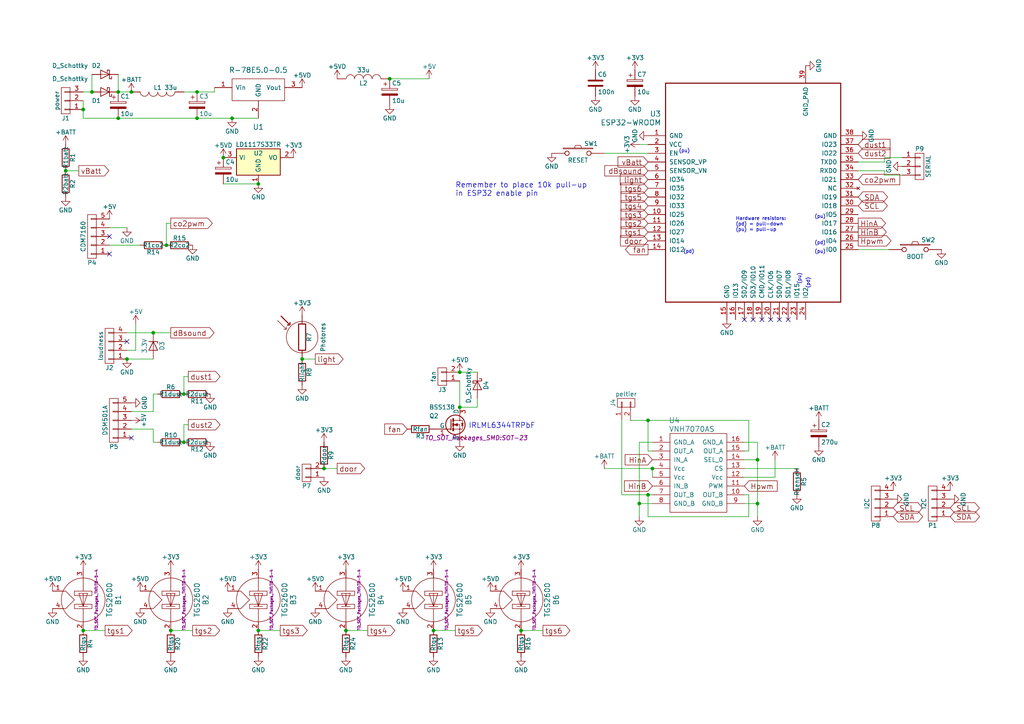
<source format=kicad_sch>
(kicad_sch (version 20230121) (generator eeschema)
  (paper "A4")
  (lib_symbols
    (symbol "uamsense-rescue:+3.3V" (power) (pin_names (offset 0))
      (property "Value" "+3.3V" (at 0 3.556 0))
      (symbol "+3.3V_1_1"
        (pin power_in line (at 0 0 90) (length 0) hide (name "+3V3") (number "1"))
      )
    )
    (symbol "uamsense-rescue:+5V" (power) (pin_names (offset 0))
      (property "Value" "+5V" (at 0 3.556 0))
      (symbol "+5V_1_1"
        (pin power_in line (at 0 0 90) (length 0) hide (name "+5V") (number "1"))
      )
    )
    (symbol "uamsense-rescue:+5VD" (power) (pin_names (offset 0))
      (property "Value" "+5VD" (at 0 3.556 0))
      (symbol "+5VD_1_1"
        (pin power_in line (at 0 0 90) (length 0) hide (name "+5VD") (number "1"))
      )
    )
    (symbol "uamsense-rescue:+BATT" (power) (pin_names (offset 0))
      (property "Value" "+BATT" (at 0 3.556 0))
      (symbol "+BATT_1_1"
        (pin power_in line (at 0 0 90) (length 0) hide (name "+BATT") (number "1"))
      )
    )
    (symbol "uamsense-rescue:BSS138" (pin_names (offset 0))
      (property "Reference" "Q" (at 5.08 1.905 0))
      (property "Value" "BSS138" (at 5.08 0 0))
      (symbol "BSS138_1_1"
        (pin passive line (at -5.08 -1.27 0) (length 5.08) (name "G") (number "1"))
        (pin passive line (at 2.54 -5.08 90) (length 2.54) (name "S") (number "2"))
        (pin passive line (at 2.54 5.08 270) (length 2.54) (name "D") (number "3"))
      )
    )
    (symbol "uamsense-rescue:C" (pin_numbers hide) (pin_names (offset 0.254))
      (property "Reference" "C" (at 0.635 2.54 0))
      (property "Value" "C" (at 0.635 -2.54 0))
      (symbol "C_1_1"
        (pin passive line (at 0 3.81 270) (length 2.794) (name "~") (number "1"))
        (pin passive line (at 0 -3.81 90) (length 2.794) (name "~") (number "2"))
      )
    )
    (symbol "uamsense-rescue:CONN_01X02" (pin_names (offset 1.016) hide)
      (property "Reference" "J" (at 0 3.81 0))
      (property "Value" "CONN_01X02" (at 2.54 0 90))
      (symbol "CONN_01X02_1_1"
        (pin passive line (at -5.08 1.27 0) (length 3.81) (name "P1") (number "1"))
        (pin passive line (at -5.08 -1.27 0) (length 3.81) (name "P2") (number "2"))
      )
    )
    (symbol "uamsense-rescue:CONN_01X03" (pin_names (offset 1.016) hide)
      (property "Reference" "J" (at 0 5.08 0))
      (property "Value" "CONN_01X03" (at 2.54 0 90))
      (symbol "CONN_01X03_1_1"
        (pin passive line (at -5.08 2.54 0) (length 3.81) (name "P1") (number "1"))
        (pin passive line (at -5.08 0 0) (length 3.81) (name "P2") (number "2"))
        (pin passive line (at -5.08 -2.54 0) (length 3.81) (name "P3") (number "3"))
      )
    )
    (symbol "uamsense-rescue:CONN_01X04" (pin_names (offset 1.016) hide)
      (property "Reference" "J" (at 0 6.35 0))
      (property "Value" "CONN_01X04" (at 2.54 0 90))
      (symbol "CONN_01X04_1_1"
        (pin passive line (at -5.08 3.81 0) (length 3.81) (name "P1") (number "1"))
        (pin passive line (at -5.08 1.27 0) (length 3.81) (name "P2") (number "2"))
        (pin passive line (at -5.08 -1.27 0) (length 3.81) (name "P3") (number "3"))
        (pin passive line (at -5.08 -3.81 0) (length 3.81) (name "P4") (number "4"))
      )
    )
    (symbol "uamsense-rescue:CONN_01X05" (pin_names (offset 1.016) hide)
      (property "Reference" "J" (at 0 7.62 0))
      (property "Value" "CONN_01X05" (at 2.54 0 90))
      (symbol "CONN_01X05_1_1"
        (pin passive line (at -5.08 5.08 0) (length 3.81) (name "P1") (number "1"))
        (pin passive line (at -5.08 2.54 0) (length 3.81) (name "P2") (number "2"))
        (pin passive line (at -5.08 0 0) (length 3.81) (name "P3") (number "3"))
        (pin passive line (at -5.08 -2.54 0) (length 3.81) (name "P4") (number "4"))
        (pin passive line (at -5.08 -5.08 0) (length 3.81) (name "P5") (number "5"))
      )
    )
    (symbol "uamsense-rescue:CP" (pin_numbers hide) (pin_names (offset 0.254))
      (property "Reference" "C" (at 0.635 2.54 0))
      (property "Value" "CP" (at 0.635 -2.54 0))
      (symbol "CP_1_1"
        (pin passive line (at 0 3.81 270) (length 2.794) (name "~") (number "1"))
        (pin passive line (at 0 -3.81 90) (length 2.794) (name "~") (number "2"))
      )
    )
    (symbol "uamsense-rescue:D_Schottky" (pin_numbers hide) (pin_names (offset 1.016) hide)
      (property "Reference" "D" (at 0 2.54 0))
      (property "Value" "D_Schottky" (at 0 -2.54 0))
      (symbol "D_Schottky_1_1"
        (pin passive line (at -3.81 0 0) (length 2.54) (name "K") (number "1"))
        (pin passive line (at 3.81 0 180) (length 2.54) (name "A") (number "2"))
      )
    )
    (symbol "uamsense-rescue:D_Zener" (pin_numbers hide) (pin_names (offset 1.016) hide)
      (property "Reference" "D" (at 0 2.54 0))
      (property "Value" "D_Zener" (at 0 -2.54 0))
      (symbol "D_Zener_1_1"
        (pin passive line (at -3.81 0 0) (length 2.54) (name "K") (number "1"))
        (pin passive line (at 3.81 0 180) (length 2.54) (name "A") (number "2"))
      )
    )
    (symbol "uamsense-rescue:ESP32-WROOM" (pin_names (offset 1.016))
      (property "Reference" "U" (at 3.81 6.35 0))
      (property "Value" "ESP32-WROOM" (at 3.81 3.81 0))
      (symbol "ESP32-WROOM_1_1"
        (pin power_in line (at 0 0 0) (length 5.08) (name "GND") (number "1"))
        (pin bidirectional line (at 0 -22.86 0) (length 5.08) (name "IO25") (number "10"))
        (pin input line (at 0 -25.4 0) (length 5.08) (name "IO26") (number "11"))
        (pin bidirectional line (at 0 -27.94 0) (length 5.08) (name "IO27") (number "12"))
        (pin bidirectional line (at 0 -30.48 0) (length 5.08) (name "IO14") (number "13"))
        (pin bidirectional line (at 0 -33.02 0) (length 5.08) (name "IO12") (number "14"))
        (pin power_in line (at 22.86 -53.34 90) (length 5.08) (name "GND") (number "15"))
        (pin bidirectional line (at 25.4 -53.34 90) (length 5.08) (name "IO13") (number "16"))
        (pin bidirectional line (at 27.94 -53.34 90) (length 5.08) (name "SD2/IO9") (number "17"))
        (pin bidirectional line (at 30.48 -53.34 90) (length 5.08) (name "SD3/IO10") (number "18"))
        (pin bidirectional line (at 33.02 -53.34 90) (length 5.08) (name "CMD/IO11") (number "19"))
        (pin power_in line (at 0 -2.54 0) (length 5.08) (name "VCC") (number "2"))
        (pin bidirectional line (at 35.56 -53.34 90) (length 5.08) (name "CLK/IO6") (number "20"))
        (pin bidirectional line (at 38.1 -53.34 90) (length 5.08) (name "SD0/IO7") (number "21"))
        (pin bidirectional line (at 40.64 -53.34 90) (length 5.08) (name "SD1/IO8") (number "22"))
        (pin bidirectional line (at 43.18 -53.34 90) (length 5.08) (name "IO15") (number "23"))
        (pin bidirectional line (at 45.72 -53.34 90) (length 5.08) (name "IO2") (number "24"))
        (pin bidirectional line (at 60.96 -33.02 180) (length 5.08) (name "IO0") (number "25"))
        (pin bidirectional line (at 60.96 -30.48 180) (length 5.08) (name "IO4") (number "26"))
        (pin bidirectional line (at 60.96 -27.94 180) (length 5.08) (name "IO16") (number "27"))
        (pin bidirectional line (at 60.96 -25.4 180) (length 5.08) (name "IO17") (number "28"))
        (pin bidirectional line (at 60.96 -22.86 180) (length 5.08) (name "IO5") (number "29"))
        (pin input line (at 0 -5.08 0) (length 5.08) (name "EN") (number "3"))
        (pin bidirectional line (at 60.96 -20.32 180) (length 5.08) (name "IO18") (number "30"))
        (pin bidirectional line (at 60.96 -17.78 180) (length 5.08) (name "IO19") (number "31"))
        (pin no_connect line (at 60.96 -15.24 180) (length 5.08) (name "NC") (number "32"))
        (pin bidirectional line (at 60.96 -12.7 180) (length 5.08) (name "IO21") (number "33"))
        (pin bidirectional line (at 60.96 -10.16 180) (length 5.08) (name "RXD0") (number "34"))
        (pin bidirectional line (at 60.96 -7.62 180) (length 5.08) (name "TXD0") (number "35"))
        (pin bidirectional line (at 60.96 -5.08 180) (length 5.08) (name "IO22") (number "36"))
        (pin bidirectional line (at 60.96 -2.54 180) (length 5.08) (name "IO23") (number "37"))
        (pin power_in line (at 60.96 0 180) (length 5.08) (name "GND") (number "38"))
        (pin power_in line (at 45.72 20.32 270) (length 5.08) (name "GND_PAD") (number "39"))
        (pin input line (at 0 -7.62 0) (length 5.08) (name "SENSOR_VP") (number "4"))
        (pin input line (at 0 -10.16 0) (length 5.08) (name "SENSOR_VN") (number "5"))
        (pin bidirectional line (at 0 -12.7 0) (length 5.08) (name "IO34") (number "6"))
        (pin bidirectional line (at 0 -15.24 0) (length 5.08) (name "IO35") (number "7"))
        (pin bidirectional line (at 0 -17.78 0) (length 5.08) (name "IO32") (number "8"))
        (pin bidirectional line (at 0 -20.32 0) (length 5.08) (name "IO33") (number "9"))
      )
    )
    (symbol "uamsense-rescue:GND" (power) (pin_names (offset 0))
      (property "Value" "GND" (at 0 -3.81 0))
      (symbol "GND_1_1"
        (pin power_in line (at 0 0 270) (length 0) hide (name "GND") (number "1"))
      )
    )
    (symbol "uamsense-rescue:INDUCTOR" (pin_numbers hide) (pin_names (offset 1.016) hide)
      (property "Reference" "L" (at -1.27 0 90))
      (property "Value" "INDUCTOR" (at 2.54 0 90))
      (symbol "INDUCTOR_1_1"
        (pin passive line (at 0 7.62 270) (length 2.54) (name "1") (number "1"))
        (pin passive line (at 0 -7.62 90) (length 2.54) (name "2") (number "2"))
      )
    )
    (symbol "uamsense-rescue:LD1117S33TR" (pin_names (offset 0.762))
      (property "Reference" "U" (at 0 6.35 0))
      (property "Value" "LD1117S33TR" (at 0 5.08 0))
      (symbol "LD1117S33TR_1_1"
        (pin power_in line (at 0 -6.35 90) (length 2.54) (name "GND") (number "1"))
        (pin power_out line (at 10.16 1.27 180) (length 3.81) (name "VO") (number "2"))
        (pin power_in line (at -10.16 1.27 0) (length 3.81) (name "VI") (number "3"))
      )
    )
    (symbol "uamsense-rescue:Photores" (pin_numbers hide) (pin_names (offset 0))
      (property "Reference" "R" (at 2.032 0 90))
      (property "Value" "Photores" (at 5.334 0 90))
      (symbol "Photores_1_1"
        (pin passive line (at 0 6.35 270) (length 2.54) (name "~") (number "1"))
        (pin passive line (at 0 -6.35 90) (length 2.54) (name "~") (number "2"))
      )
    )
    (symbol "uamsense-rescue:R" (pin_numbers hide) (pin_names (offset 0))
      (property "Reference" "R" (at 2.032 0 90))
      (property "Value" "R" (at 0 0 90))
      (symbol "R_1_1"
        (pin passive line (at 0 3.81 270) (length 1.27) (name "~") (number "1"))
        (pin passive line (at 0 -3.81 90) (length 1.27) (name "~") (number "2"))
      )
    )
    (symbol "uamsense-rescue:R-78E5.0-0.5" (pin_names (offset 1.016))
      (property "Reference" "U" (at 0 -11.43 0))
      (property "Value" "R-78E5.0-0.5" (at 0 5.08 0))
      (symbol "R-78E5.0-0.5_1_1"
        (pin input line (at -12.7 0 0) (length 5.08) (name "Vin") (number "1"))
        (pin input line (at 0 -8.89 90) (length 5.08) (name "GND") (number "2"))
        (pin input line (at 12.7 0 180) (length 5.08) (name "Vout") (number "3"))
      )
    )
    (symbol "uamsense-rescue:SW_PUSH" (pin_numbers hide) (pin_names (offset 1.016) hide)
      (property "Reference" "SW" (at 3.81 2.794 0))
      (property "Value" "SW_PUSH" (at 0 -2.032 0))
      (symbol "SW_PUSH_0_1"
        (pin passive inverted (at -7.62 0 0) (length 5.08) (name "1") (number "1"))
        (pin passive inverted (at 7.62 0 180) (length 5.08) (name "2") (number "2"))
      )
    )
    (symbol "uamsense-rescue:TGS2600" (pin_names (offset 0) hide)
      (property "Reference" "B" (at 0 10.16 0))
      (property "Value" "TGS2600" (at 0 7.62 0))
      (property "Footprint" "Pkg" (at 3.81 -6.35 0))
      (symbol "TGS2600_1_1"
        (pin input line (at -2.54 -8.89 90) (length 3.175) (name "~") (number "1"))
        (pin input line (at 8.89 0 180) (length 2.54) (name "-") (number "2"))
        (pin input line (at -8.89 0 0) (length 2.54) (name "~") (number "3"))
        (pin input line (at 2.54 -8.89 90) (length 3.175) (name "~") (number "4"))
      )
    )
    (symbol "uamsense-rescue:VNH7070AS" (pin_names (offset 1.016))
      (property "Reference" "U" (at -7.62 15.24 0))
      (property "Value" "VNH7070AS" (at -2.54 12.7 0))
      (symbol "VNH7070AS_1_1"
        (pin power_in line (at -13.97 8.89 0) (length 5.08) (name "GND_A") (number "1"))
        (pin power_out line (at 12.7 -6.35 180) (length 5.08) (name "OUT_B") (number "10"))
        (pin input line (at 12.7 -3.81 180) (length 5.08) (name "PWM") (number "11"))
        (pin power_in line (at 12.7 -1.27 180) (length 5.08) (name "Vcc") (number "12"))
        (pin output line (at 12.7 1.27 180) (length 5.08) (name "CS") (number "13"))
        (pin input line (at 12.7 3.81 180) (length 5.08) (name "SEL_0") (number "14"))
        (pin power_out line (at 12.7 6.35 180) (length 5.08) (name "OUT_A") (number "15"))
        (pin power_in line (at 12.7 8.89 180) (length 5.08) (name "GND_A") (number "16"))
        (pin power_out line (at -13.97 6.35 0) (length 5.08) (name "OUT_A") (number "2"))
        (pin input line (at -13.97 3.81 0) (length 5.08) (name "IN_A") (number "3"))
        (pin power_in line (at -13.97 1.27 0) (length 5.08) (name "Vcc") (number "4"))
        (pin power_in line (at -13.97 -1.27 0) (length 5.08) (name "Vcc") (number "5"))
        (pin input line (at -13.97 -3.81 0) (length 5.08) (name "IN_B") (number "6"))
        (pin power_out line (at -13.97 -6.35 0) (length 5.08) (name "OUT_B") (number "7"))
        (pin power_in line (at -13.97 -8.89 0) (length 5.08) (name "GND_B") (number "8"))
        (pin power_in line (at 12.7 -8.89 180) (length 5.08) (name "GND_B") (number "9"))
      )
    )
  )
  (junction (at 133.35 107.95))
  (junction (at 125.73 182.88))
  (junction (at 133.35 118.11))
  (junction (at 187.96 121.92))
  (junction (at 100.33 182.88))
  (junction (at 219.71 133.35))
  (junction (at 57.15 34.29))
  (junction (at 151.13 182.88))
  (junction (at 219.71 146.05))
  (junction (at 19.05 49.53))
  (junction (at 64.77 45.72))
  (junction (at 24.13 31.75))
  (junction (at 57.15 26.67))
  (junction (at 53.34 128.27))
  (junction (at 34.29 34.29))
  (junction (at 185.42 146.05))
  (junction (at 189.23 135.89))
  (junction (at 87.63 104.14))
  (junction (at 187.96 143.51))
  (junction (at 24.13 182.88))
  (junction (at 67.31 34.29))
  (junction (at 44.45 96.52))
  (junction (at 34.29 26.67))
  (junction (at 38.1 26.67))
  (junction (at 36.83 104.14))
  (junction (at 48.26 71.12))
  (junction (at 74.93 53.34))
  (junction (at 26.67 26.67))
  (junction (at 93.98 135.89))
  (junction (at 74.93 182.88))
  (junction (at 113.03 22.86))
  (junction (at 53.34 114.3))
  (junction (at 49.53 182.88))
  (no_connect (at 36.83 99.06))
  (no_connect (at 215.9 92.71))
  (no_connect (at 226.06 92.71))
  (no_connect (at 218.44 92.71))
  (no_connect (at 31.75 68.58))
  (no_connect (at 38.1 127))
  (no_connect (at 31.75 73.66))
  (no_connect (at 228.6 92.71))
  (no_connect (at 220.98 92.71))
  (no_connect (at 223.52 92.71))
  (wire (pts (xy 261.62 50.8) (xy 256.54 50.8)))
  (wire (pts (xy 256.54 45.72) (xy 261.62 45.72)))
  (wire (pts (xy 44.45 114.3) (xy 45.72 114.3)))
  (wire (pts (xy 215.9 138.43) (xy 224.79 138.43)))
  (wire (pts (xy 187.96 143.51) (xy 187.96 149.86)))
  (wire (pts (xy 113.03 22.86) (xy 124.46 22.86)))
  (wire (pts (xy 185.42 41.91) (xy 187.96 41.91)))
  (wire (pts (xy 185.42 128.27) (xy 185.42 146.05)))
  (wire (pts (xy 215.9 128.27) (xy 219.71 128.27)))
  (wire (pts (xy 219.71 146.05) (xy 219.71 149.86)))
  (wire (pts (xy 219.71 128.27) (xy 219.71 133.35)))
  (wire (pts (xy 187.96 143.51) (xy 189.23 143.51)))
  (wire (pts (xy 187.96 121.92) (xy 217.17 121.92)))
  (wire (pts (xy 30.48 182.88) (xy 24.13 182.88)))
  (wire (pts (xy 34.29 34.29) (xy 57.15 34.29)))
  (wire (pts (xy 53.34 109.22) (xy 54.61 109.22)))
  (wire (pts (xy 24.13 29.21) (xy 24.13 31.75)))
  (wire (pts (xy 64.77 53.34) (xy 74.93 53.34)))
  (wire (pts (xy 38.1 119.38) (xy 44.45 119.38)))
  (wire (pts (xy 53.34 123.19) (xy 54.61 123.19)))
  (wire (pts (xy 219.71 133.35) (xy 219.71 146.05)))
  (wire (pts (xy 26.67 26.67) (xy 24.13 26.67)))
  (wire (pts (xy 34.29 26.67) (xy 38.1 26.67)))
  (wire (pts (xy 248.92 46.99) (xy 256.54 46.99)))
  (wire (pts (xy 187.96 149.86) (xy 217.17 149.86)))
  (wire (pts (xy 62.23 26.67) (xy 62.23 25.4)))
  (wire (pts (xy 39.37 101.6) (xy 39.37 93.98)))
  (wire (pts (xy 132.08 182.88) (xy 125.73 182.88)))
  (wire (pts (xy 185.42 146.05) (xy 185.42 149.86)))
  (wire (pts (xy 57.15 34.29) (xy 67.31 34.29)))
  (wire (pts (xy 34.29 21.59) (xy 34.29 26.67)))
  (wire (pts (xy 215.9 135.89) (xy 231.14 135.89)))
  (wire (pts (xy 106.68 182.88) (xy 100.33 182.88)))
  (wire (pts (xy 48.26 64.77) (xy 49.53 64.77)))
  (wire (pts (xy 187.96 130.81) (xy 187.96 121.92)))
  (wire (pts (xy 138.43 118.11) (xy 138.43 115.57)))
  (wire (pts (xy 133.35 107.95) (xy 138.43 107.95)))
  (wire (pts (xy 67.31 34.29) (xy 74.93 34.29)))
  (wire (pts (xy 256.54 50.8) (xy 256.54 49.53)))
  (wire (pts (xy 36.83 104.14) (xy 44.45 104.14)))
  (wire (pts (xy 133.35 118.11) (xy 133.35 110.49)))
  (wire (pts (xy 189.23 146.05) (xy 185.42 146.05)))
  (wire (pts (xy 24.13 34.29) (xy 34.29 34.29)))
  (wire (pts (xy 215.9 146.05) (xy 219.71 146.05)))
  (wire (pts (xy 97.79 135.89) (xy 93.98 135.89)))
  (wire (pts (xy 44.45 124.46) (xy 44.45 128.27)))
  (wire (pts (xy 44.45 119.38) (xy 44.45 114.3)))
  (wire (pts (xy 217.17 149.86) (xy 217.17 143.51)))
  (wire (pts (xy 215.9 133.35) (xy 219.71 133.35)))
  (wire (pts (xy 189.23 128.27) (xy 185.42 128.27)))
  (wire (pts (xy 48.26 71.12) (xy 48.26 64.77)))
  (wire (pts (xy 187.96 44.45) (xy 175.26 44.45)))
  (wire (pts (xy 189.23 135.89) (xy 189.23 138.43)))
  (wire (pts (xy 224.79 138.43) (xy 224.79 133.35)))
  (wire (pts (xy 36.83 101.6) (xy 39.37 101.6)))
  (wire (pts (xy 53.34 114.3) (xy 53.34 109.22)))
  (wire (pts (xy 217.17 130.81) (xy 215.9 130.81)))
  (wire (pts (xy 189.23 130.81) (xy 187.96 130.81)))
  (wire (pts (xy 175.26 135.89) (xy 189.23 135.89)))
  (wire (pts (xy 256.54 49.53) (xy 248.92 49.53)))
  (wire (pts (xy 248.92 72.39) (xy 257.81 72.39)))
  (wire (pts (xy 24.13 31.75) (xy 24.13 34.29)))
  (wire (pts (xy 44.45 124.46) (xy 38.1 124.46)))
  (wire (pts (xy 157.48 182.88) (xy 151.13 182.88)))
  (wire (pts (xy 133.35 118.11) (xy 138.43 118.11)))
  (wire (pts (xy 44.45 96.52) (xy 49.53 96.52)))
  (wire (pts (xy 31.75 71.12) (xy 40.64 71.12)))
  (wire (pts (xy 180.34 143.51) (xy 187.96 143.51)))
  (wire (pts (xy 182.88 121.92) (xy 187.96 121.92)))
  (wire (pts (xy 81.28 182.88) (xy 74.93 182.88)))
  (wire (pts (xy 55.88 182.88) (xy 49.53 182.88)))
  (wire (pts (xy 36.83 66.04) (xy 31.75 66.04)))
  (wire (pts (xy 53.34 128.27) (xy 53.34 123.19)))
  (wire (pts (xy 180.34 121.92) (xy 180.34 143.51)))
  (wire (pts (xy 26.67 21.59) (xy 26.67 26.67)))
  (wire (pts (xy 217.17 121.92) (xy 217.17 130.81)))
  (wire (pts (xy 57.15 26.67) (xy 62.23 26.67)))
  (wire (pts (xy 22.86 49.53) (xy 19.05 49.53)))
  (wire (pts (xy 217.17 143.51) (xy 215.9 143.51)))
  (wire (pts (xy 53.34 26.67) (xy 57.15 26.67)))
  (wire (pts (xy 256.54 46.99) (xy 256.54 45.72)))
  (wire (pts (xy 91.44 104.14) (xy 87.63 104.14)))
  (wire (pts (xy 36.83 96.52) (xy 44.45 96.52)))
  (wire (pts (xy 44.45 128.27) (xy 45.72 128.27)))
  (text "(pu)" (at 232.41 82.55 90) (effects (font (size 0.9906 0.9906)) (justify left bottom)))
  (text "(pd)" (at 236.22 71.12 0) (effects (font (size 0.9906 0.9906)) (justify left bottom)))
  (text "Hardware resistors:\n(pd) = pull-down\n(pu) = pull-up" (at 213.36 67.31 0) (effects (font (size 0.9906 0.9906)) (justify left bottom)))
  (text "Remember to place 10k pull-up\nin ESP32 enable pin" (at 132.08 57.15 0) (effects (font (size 1.524 1.524)) (justify left bottom)))
  (text "(pu)" (at 196.85 44.45 0) (effects (font (size 0.9906 0.9906)) (justify left bottom)))
  (text "(pd)" (at 234.95 83.82 90) (effects (font (size 0.9906 0.9906)) (justify left bottom)))
  (text "(pu)" (at 236.22 63.5 0) (effects (font (size 0.9906 0.9906)) (justify left bottom)))
  (text "(pu)" (at 236.22 73.66 0) (effects (font (size 0.9906 0.9906)) (justify left bottom)))
  (text "IRLML6344TRPbF" (at 135.89 124.46 0) (effects (font (size 1.524 1.524)) (justify left bottom)))
  (text "(pd)" (at 198.12 73.66 0) (effects (font (size 0.9906 0.9906)) (justify left bottom)))
  (global_label "Hpwm" (shape output) (at 248.92 69.85 0) (effects (font (size 1.524 1.524))) (property "Intersheetrefs" "${INTERSHEET_REFS}" (effects hide)))
  (global_label "tgs6" (shape input) (at 187.96 54.61 180) (effects (font (size 1.524 1.524))) (property "Intersheetrefs" "${INTERSHEET_REFS}" (effects hide)))
  (global_label "tgs2" (shape output) (at 55.88 182.88 0) (effects (font (size 1.524 1.524))) (property "Intersheetrefs" "${INTERSHEET_REFS}" (effects hide)))
  (global_label "vBatt" (shape input) (at 187.96 46.99 180) (effects (font (size 1.524 1.524))) (property "Intersheetrefs" "${INTERSHEET_REFS}" (effects hide)))
  (global_label "tgs1" (shape input) (at 187.96 67.31 180) (effects (font (size 1.524 1.524))) (property "Intersheetrefs" "${INTERSHEET_REFS}" (effects hide)))
  (global_label "HinA" (shape input) (at 189.23 133.35 180) (effects (font (size 1.524 1.524))) (property "Intersheetrefs" "${INTERSHEET_REFS}" (effects hide)))
  (global_label "tgs6" (shape output) (at 157.48 182.88 0) (effects (font (size 1.524 1.524))) (property "Intersheetrefs" "${INTERSHEET_REFS}" (effects hide)))
  (global_label "SCL" (shape bidirectional) (at 248.92 59.69 0) (effects (font (size 1.524 1.524))) (property "Intersheetrefs" "${INTERSHEET_REFS}" (effects hide)))
  (global_label "co2pwm" (shape input) (at 248.92 52.07 0) (effects (font (size 1.524 1.524))) (property "Intersheetrefs" "${INTERSHEET_REFS}" (effects hide)))
  (global_label "dust1" (shape output) (at 54.61 109.22 0) (effects (font (size 1.524 1.524))) (property "Intersheetrefs" "${INTERSHEET_REFS}" (effects hide)))
  (global_label "tgs4" (shape input) (at 187.96 59.69 180) (effects (font (size 1.524 1.524))) (property "Intersheetrefs" "${INTERSHEET_REFS}" (effects hide)))
  (global_label "door" (shape input) (at 187.96 69.85 180) (effects (font (size 1.524 1.524))) (property "Intersheetrefs" "${INTERSHEET_REFS}" (effects hide)))
  (global_label "HinA" (shape output) (at 248.92 64.77 0) (effects (font (size 1.524 1.524))) (property "Intersheetrefs" "${INTERSHEET_REFS}" (effects hide)))
  (global_label "tgs3" (shape output) (at 81.28 182.88 0) (effects (font (size 1.524 1.524))) (property "Intersheetrefs" "${INTERSHEET_REFS}" (effects hide)))
  (global_label "co2pwm" (shape output) (at 49.53 64.77 0) (effects (font (size 1.524 1.524))) (property "Intersheetrefs" "${INTERSHEET_REFS}" (effects hide)))
  (global_label "SDA" (shape bidirectional) (at 275.59 149.86 0) (effects (font (size 1.524 1.524))) (property "Intersheetrefs" "${INTERSHEET_REFS}" (effects hide)))
  (global_label "SDA" (shape bidirectional) (at 248.92 57.15 0) (effects (font (size 1.524 1.524))) (property "Intersheetrefs" "${INTERSHEET_REFS}" (effects hide)))
  (global_label "HinB" (shape output) (at 248.92 67.31 0) (effects (font (size 1.524 1.524))) (property "Intersheetrefs" "${INTERSHEET_REFS}" (effects hide)))
  (global_label "dust1" (shape input) (at 248.92 41.91 0) (effects (font (size 1.524 1.524))) (property "Intersheetrefs" "${INTERSHEET_REFS}" (effects hide)))
  (global_label "tgs4" (shape output) (at 106.68 182.88 0) (effects (font (size 1.524 1.524))) (property "Intersheetrefs" "${INTERSHEET_REFS}" (effects hide)))
  (global_label "door" (shape output) (at 97.79 135.89 0) (effects (font (size 1.524 1.524))) (property "Intersheetrefs" "${INTERSHEET_REFS}" (effects hide)))
  (global_label "tgs2" (shape input) (at 187.96 64.77 180) (effects (font (size 1.524 1.524))) (property "Intersheetrefs" "${INTERSHEET_REFS}" (effects hide)))
  (global_label "tgs5" (shape output) (at 132.08 182.88 0) (effects (font (size 1.524 1.524))) (property "Intersheetrefs" "${INTERSHEET_REFS}" (effects hide)))
  (global_label "fan" (shape input) (at 118.11 124.46 180) (effects (font (size 1.524 1.524))) (property "Intersheetrefs" "${INTERSHEET_REFS}" (effects hide)))
  (global_label "vBatt" (shape output) (at 22.86 49.53 0) (effects (font (size 1.524 1.524))) (property "Intersheetrefs" "${INTERSHEET_REFS}" (effects hide)))
  (global_label "tgs3" (shape input) (at 187.96 62.23 180) (effects (font (size 1.524 1.524))) (property "Intersheetrefs" "${INTERSHEET_REFS}" (effects hide)))
  (global_label "light" (shape input) (at 187.96 52.07 180) (effects (font (size 1.524 1.524))) (property "Intersheetrefs" "${INTERSHEET_REFS}" (effects hide)))
  (global_label "HinB" (shape input) (at 189.23 140.97 180) (effects (font (size 1.524 1.524))) (property "Intersheetrefs" "${INTERSHEET_REFS}" (effects hide)))
  (global_label "SDA" (shape bidirectional) (at 259.08 149.86 0) (effects (font (size 1.524 1.524))) (property "Intersheetrefs" "${INTERSHEET_REFS}" (effects hide)))
  (global_label "SCL" (shape bidirectional) (at 275.59 147.32 0) (effects (font (size 1.524 1.524))) (property "Intersheetrefs" "${INTERSHEET_REFS}" (effects hide)))
  (global_label "dBsound" (shape output) (at 49.53 96.52 0) (effects (font (size 1.524 1.524))) (property "Intersheetrefs" "${INTERSHEET_REFS}" (effects hide)))
  (global_label "dust2" (shape input) (at 248.92 44.45 0) (effects (font (size 1.524 1.524))) (property "Intersheetrefs" "${INTERSHEET_REFS}" (effects hide)))
  (global_label "dust2" (shape output) (at 54.61 123.19 0) (effects (font (size 1.524 1.524))) (property "Intersheetrefs" "${INTERSHEET_REFS}" (effects hide)))
  (global_label "tgs5" (shape input) (at 187.96 57.15 180) (effects (font (size 1.524 1.524))) (property "Intersheetrefs" "${INTERSHEET_REFS}" (effects hide)))
  (global_label "Hpwm" (shape input) (at 215.9 140.97 0) (effects (font (size 1.524 1.524))) (property "Intersheetrefs" "${INTERSHEET_REFS}" (effects hide)))
  (global_label "fan" (shape output) (at 187.96 72.39 180) (effects (font (size 1.524 1.524))) (property "Intersheetrefs" "${INTERSHEET_REFS}" (effects hide)))
  (global_label "light" (shape output) (at 91.44 104.14 0) (effects (font (size 1.524 1.524))) (property "Intersheetrefs" "${INTERSHEET_REFS}" (effects hide)))
  (global_label "tgs1" (shape output) (at 30.48 182.88 0) (effects (font (size 1.524 1.524))) (property "Intersheetrefs" "${INTERSHEET_REFS}" (effects hide)))
  (global_label "SCL" (shape bidirectional) (at 259.08 147.32 0) (effects (font (size 1.524 1.524))) (property "Intersheetrefs" "${INTERSHEET_REFS}" (effects hide)))
  (global_label "dBsound" (shape input) (at 187.96 49.53 180) (effects (font (size 1.524 1.524))) (property "Intersheetrefs" "${INTERSHEET_REFS}" (effects hide)))
  (symbol (lib_id "uamsense-rescue:LD1117S33TR") (at 74.93 46.99 0) (unit 1)
    (property "Reference" "U2" (at 74.93 44.45 0))
    (property "Value" "LD1117S33TR" (at 74.93 41.91 0))
    (property "Footprint" "TO_SOT_Packages_SMD:SOT-223" (effects hide))
  )
  (symbol (lib_id "uamsense-rescue:ESP32-WROOM") (at 187.96 39.37 0) (unit 1)
    (property "Reference" "U3" (at 191.77 33.02 0) (effects (font (size 1.524 1.524)) (justify right)))
    (property "Value" "ESP32-WROOM" (at 191.77 35.56 0) (effects (font (size 1.524 1.524)) (justify right)))
    (property "Footprint" "esp32:ESP32-WROOM" (effects hide))
  )
  (symbol (lib_id "uamsense-rescue:TGS2600") (at 24.13 173.99 270) (unit 1)
    (property "Reference" "B1" (at 34.29 173.99 0) (effects (font (size 1.524 1.524))))
    (property "Value" "TGS2600" (at 31.75 173.99 0) (effects (font (size 1.524 1.524))))
    (property "Footprint" "TO_SOT_Packages_THT:TO-5-4" (at 27.94 165.1 0) (effects (font (size 0.762 0.762)) (justify left)))
  )
  (symbol (lib_id "uamsense-rescue:CONN_01X04") (at 254 146.05 180) (unit 1)
    (property "Reference" "P8" (at 254 152.4 0))
    (property "Value" "I2C" (at 251.46 146.05 90))
    (property "Footprint" "Pin_Headers:Pin_Header_Straight_1x04_Pitch2.54mm" (effects hide))
  )
  (symbol (lib_id "uamsense-rescue:CONN_01X05") (at 26.67 68.58 180) (unit 1)
    (property "Reference" "P4" (at 26.67 76.2 0))
    (property "Value" "CDM7160" (at 24.13 68.58 90))
    (property "Footprint" "Socket_Strips:Socket_Strip_Straight_1x05_Pitch2.54mm" (effects hide))
  )
  (symbol (lib_id "uamsense-rescue:CONN_01X02") (at 88.9 137.16 180) (unit 1)
    (property "Reference" "P7" (at 88.9 140.97 0))
    (property "Value" "door" (at 86.36 137.16 90))
    (property "Footprint" "Connectors:bornier2" (effects hide))
  )
  (symbol (lib_id "uamsense-rescue:+5V") (at 39.37 93.98 0) (unit 1)
    (property "Reference" "#PWR01" (effects hide))
    (property "Value" "+5V" (at 39.37 90.424 0))
  )
  (symbol (lib_id "uamsense-rescue:GND") (at 36.83 104.14 0) (unit 1)
    (property "Reference" "#PWR02" (effects hide))
    (property "Value" "GND" (at 36.83 107.95 0))
  )
  (symbol (lib_id "uamsense-rescue:CONN_01X05") (at 33.02 121.92 180) (unit 1)
    (property "Reference" "P5" (at 33.02 129.54 0))
    (property "Value" "DSM501A" (at 30.48 121.92 90))
    (property "Footprint" "Socket_Strips:Socket_Strip_Straight_1x05_Pitch2.54mm" (effects hide))
  )
  (symbol (lib_id "uamsense-rescue:CP") (at 34.29 30.48 0) (unit 1)
    (property "Reference" "C1" (at 34.925 27.94 0) (effects (justify left)))
    (property "Value" "10u" (at 34.925 33.02 0) (effects (justify left)))
    (property "Footprint" "Capacitors_SMD:C_1206" (effects hide))
  )
  (symbol (lib_id "uamsense-rescue:CP") (at 57.15 30.48 0) (unit 1)
    (property "Reference" "C3" (at 57.785 27.94 0) (effects (justify left)))
    (property "Value" "10u" (at 57.785 33.02 0) (effects (justify left)))
    (property "Footprint" "Capacitors_SMD:C_1206" (effects hide))
  )
  (symbol (lib_id "uamsense-rescue:INDUCTOR") (at 45.72 26.67 270) (unit 1)
    (property "Reference" "L1" (at 45.72 25.4 90))
    (property "Value" "33u" (at 49.53 25.4 90))
    (property "Footprint" "Inductors_NEOSID:Neosid_Inductor_SM-NE30_SMD1210" (effects hide))
  )
  (symbol (lib_id "uamsense-rescue:GND") (at 67.31 34.29 0) (unit 1)
    (property "Reference" "#PWR03" (effects hide))
    (property "Value" "GND" (at 67.31 38.1 0))
  )
  (symbol (lib_id "uamsense-rescue:CP") (at 64.77 49.53 0) (unit 1)
    (property "Reference" "C4" (at 65.405 46.99 0) (effects (justify left)))
    (property "Value" "10u" (at 65.405 52.07 0) (effects (justify left)))
    (property "Footprint" "Capacitors_SMD:C_1206" (effects hide))
  )
  (symbol (lib_id "uamsense-rescue:CP") (at 184.15 24.13 0) (unit 1)
    (property "Reference" "C7" (at 184.785 21.59 0) (effects (justify left)))
    (property "Value" "10u" (at 184.785 26.67 0) (effects (justify left)))
    (property "Footprint" "Capacitors_SMD:C_1206" (effects hide))
  )
  (symbol (lib_id "uamsense-rescue:+3.3V") (at 184.15 20.32 0) (unit 1)
    (property "Reference" "#PWR04" (effects hide))
    (property "Value" "+3.3V" (at 184.15 16.764 0))
  )
  (symbol (lib_id "uamsense-rescue:GND") (at 184.15 27.94 0) (unit 1)
    (property "Reference" "#PWR05" (effects hide))
    (property "Value" "GND" (at 184.15 31.75 0))
  )
  (symbol (lib_id "uamsense-rescue:GND") (at 187.96 39.37 270) (unit 1)
    (property "Reference" "#PWR06" (effects hide))
    (property "Value" "GND" (at 184.15 39.37 0))
  )
  (symbol (lib_id "uamsense-rescue:+3.3V") (at 185.42 41.91 90) (unit 1)
    (property "Reference" "#PWR07" (effects hide))
    (property "Value" "+3.3V" (at 181.864 41.91 0))
  )
  (symbol (lib_id "uamsense-rescue:GND") (at 74.93 53.34 0) (unit 1)
    (property "Reference" "#PWR08" (effects hide))
    (property "Value" "GND" (at 74.93 57.15 0))
  )
  (symbol (lib_id "uamsense-rescue:+3.3V") (at 85.09 45.72 0) (unit 1)
    (property "Reference" "#PWR09" (effects hide))
    (property "Value" "+3.3V" (at 85.09 42.164 0))
  )
  (symbol (lib_id "uamsense-rescue:R") (at 24.13 186.69 0) (unit 1)
    (property "Reference" "R4" (at 26.162 186.69 90))
    (property "Value" "Rtgs" (at 24.13 186.69 90))
    (property "Footprint" "Resistors_SMD:R_0805" (effects hide))
  )
  (symbol (lib_id "uamsense-rescue:GND") (at 24.13 190.5 0) (unit 1)
    (property "Reference" "#PWR010" (effects hide))
    (property "Value" "GND" (at 24.13 194.31 0))
  )
  (symbol (lib_id "uamsense-rescue:GND") (at 15.24 176.53 0) (unit 1)
    (property "Reference" "#PWR011" (effects hide))
    (property "Value" "GND" (at 15.24 180.34 0))
  )
  (symbol (lib_id "uamsense-rescue:BSS138") (at 130.81 123.19 0) (unit 1)
    (property "Reference" "Q2" (at 124.46 120.65 0) (effects (justify left)))
    (property "Value" "BSS138" (at 124.46 118.11 0) (effects (justify left)))
    (property "Footprint" "TO_SOT_Packages_SMD:SOT-23" (at 123.19 127 0) (effects (font italic) (justify left)))
  )
  (symbol (lib_id "uamsense-rescue:GND") (at 38.1 116.84 90) (unit 1)
    (property "Reference" "#PWR012" (effects hide))
    (property "Value" "GND" (at 41.91 116.84 0))
  )
  (symbol (lib_id "uamsense-rescue:+5V") (at 38.1 121.92 270) (unit 1)
    (property "Reference" "#PWR013" (effects hide))
    (property "Value" "+5V" (at 41.656 121.92 0))
  )
  (symbol (lib_id "uamsense-rescue:+5V") (at 31.75 63.5 0) (unit 1)
    (property "Reference" "#PWR014" (effects hide))
    (property "Value" "+5V" (at 31.75 59.944 0))
  )
  (symbol (lib_id "uamsense-rescue:GND") (at 36.83 66.04 0) (unit 1)
    (property "Reference" "#PWR074" (effects hide))
    (property "Value" "GND" (at 36.83 69.85 0))
  )
  (symbol (lib_id "uamsense-rescue:R") (at 93.98 132.08 0) (unit 1)
    (property "Reference" "R9" (at 96.012 132.08 90))
    (property "Value" "Rdoor" (at 93.98 132.08 90))
    (property "Footprint" "Resistors_SMD:R_0805" (effects hide))
  )
  (symbol (lib_id "uamsense-rescue:+3.3V") (at 93.98 128.27 0) (unit 1)
    (property "Reference" "#PWR015" (effects hide))
    (property "Value" "+3.3V" (at 93.98 124.714 0))
  )
  (symbol (lib_id "uamsense-rescue:GND") (at 93.98 138.43 0) (unit 1)
    (property "Reference" "#PWR016" (effects hide))
    (property "Value" "GND" (at 93.98 142.24 0))
  )
  (symbol (lib_id "uamsense-rescue:+3.3V") (at 24.13 165.1 0) (unit 1)
    (property "Reference" "#PWR017" (effects hide))
    (property "Value" "+3.3V" (at 24.13 161.544 0))
  )
  (symbol (lib_id "uamsense-rescue:R-78E5.0-0.5") (at 74.93 25.4 0) (unit 1)
    (property "Reference" "U1" (at 74.93 36.83 0) (effects (font (size 1.524 1.524))))
    (property "Value" "R-78E5.0-0.5" (at 74.93 20.32 0) (effects (font (size 1.524 1.524))))
    (property "Footprint" "mplewis:R-78E5.0-0.5" (effects hide))
  )
  (symbol (lib_id "uamsense-rescue:CONN_01X03") (at 266.7 48.26 0) (unit 1)
    (property "Reference" "P9" (at 266.7 43.18 0))
    (property "Value" "SERIAL" (at 269.24 48.26 90))
    (property "Footprint" "Pin_Headers:Pin_Header_Straight_1x03_Pitch2.54mm" (effects hide))
  )
  (symbol (lib_id "uamsense-rescue:GND") (at 261.62 48.26 270) (unit 1)
    (property "Reference" "#PWR018" (effects hide))
    (property "Value" "GND" (at 257.81 48.26 0))
  )
  (symbol (lib_id "uamsense-rescue:GND") (at 248.92 39.37 90) (unit 1)
    (property "Reference" "#PWR019" (effects hide))
    (property "Value" "GND" (at 252.73 39.37 0))
  )
  (symbol (lib_id "uamsense-rescue:GND") (at 259.08 144.78 90) (unit 1)
    (property "Reference" "#PWR020" (effects hide))
    (property "Value" "GND" (at 262.89 144.78 0))
  )
  (symbol (lib_id "uamsense-rescue:SW_PUSH") (at 265.43 72.39 0) (unit 1)
    (property "Reference" "SW2" (at 269.24 69.596 0))
    (property "Value" "BOOT" (at 265.43 74.422 0))
    (property "Footprint" "smd_button:smd_button" (effects hide))
  )
  (symbol (lib_id "uamsense-rescue:GND") (at 273.05 72.39 0) (unit 1)
    (property "Reference" "#PWR022" (effects hide))
    (property "Value" "GND" (at 273.05 76.2 0))
  )
  (symbol (lib_id "uamsense-rescue:GND") (at 233.68 19.05 90) (unit 1)
    (property "Reference" "#PWR023" (effects hide))
    (property "Value" "GND" (at 237.49 19.05 0))
  )
  (symbol (lib_id "uamsense-rescue:Photores") (at 87.63 97.79 0) (unit 1)
    (property "Reference" "R7" (at 89.662 97.79 90))
    (property "Value" "Photores" (at 92.964 97.79 90) (effects (justify top)))
    (property "Footprint" "Resistors_THT:R_Radial_Power_L12.0mm_W8.0mm_P5.00mm" (effects hide))
  )
  (symbol (lib_id "uamsense-rescue:R") (at 87.63 107.95 0) (unit 1)
    (property "Reference" "R8" (at 89.662 107.95 90))
    (property "Value" "Rlight" (at 87.63 107.95 90))
    (property "Footprint" "Resistors_SMD:R_0805" (effects hide))
  )
  (symbol (lib_id "uamsense-rescue:+3.3V") (at 87.63 91.44 0) (unit 1)
    (property "Reference" "#PWR024" (effects hide))
    (property "Value" "+3.3V" (at 87.63 87.884 0))
  )
  (symbol (lib_id "uamsense-rescue:GND") (at 87.63 111.76 0) (unit 1)
    (property "Reference" "#PWR025" (effects hide))
    (property "Value" "GND" (at 87.63 115.57 0))
  )
  (symbol (lib_id "uamsense-rescue:CP") (at 113.03 26.67 0) (unit 1)
    (property "Reference" "C5" (at 113.665 24.13 0) (effects (justify left)))
    (property "Value" "10u" (at 113.665 29.21 0) (effects (justify left)))
    (property "Footprint" "Capacitors_SMD:C_1206" (effects hide))
  )
  (symbol (lib_id "uamsense-rescue:GND") (at 113.03 30.48 0) (unit 1)
    (property "Reference" "#PWR027" (effects hide))
    (property "Value" "GND" (at 113.03 34.29 0))
  )
  (symbol (lib_id "uamsense-rescue:D_Schottky") (at 30.48 26.67 180) (unit 1)
    (property "Reference" "D1" (at 27.94 29.21 0))
    (property "Value" "D_Schottky" (at 20.32 22.86 0))
    (property "Footprint" "Diodes_SMD:D_SMA" (effects hide))
  )
  (symbol (lib_id "uamsense-rescue:+BATT") (at 38.1 26.67 0) (unit 1)
    (property "Reference" "#PWR028" (effects hide))
    (property "Value" "+BATT" (at 38.1 23.114 0))
  )
  (symbol (lib_id "uamsense-rescue:+BATT") (at 19.05 41.91 0) (unit 1)
    (property "Reference" "#PWR029" (effects hide))
    (property "Value" "+BATT" (at 19.05 38.354 0))
  )
  (symbol (lib_id "uamsense-rescue:R") (at 19.05 45.72 0) (unit 1)
    (property "Reference" "R1" (at 21.082 45.72 90))
    (property "Value" "R1batt" (at 19.05 45.72 90))
    (property "Footprint" "Resistors_SMD:R_0805" (effects hide))
  )
  (symbol (lib_id "uamsense-rescue:R") (at 19.05 53.34 0) (unit 1)
    (property "Reference" "R2" (at 21.082 53.34 90))
    (property "Value" "R2batt" (at 19.05 53.34 90))
    (property "Footprint" "Resistors_SMD:R_0805" (effects hide))
  )
  (symbol (lib_id "uamsense-rescue:GND") (at 19.05 57.15 0) (unit 1)
    (property "Reference" "#PWR030" (effects hide))
    (property "Value" "GND" (at 19.05 60.96 0))
  )
  (symbol (lib_id "uamsense-rescue:C") (at 172.72 24.13 0) (unit 1)
    (property "Reference" "C6" (at 173.355 21.59 0) (effects (justify left)))
    (property "Value" "100n" (at 173.355 26.67 0) (effects (justify left)))
    (property "Footprint" "Capacitors_SMD:C_0805" (effects hide))
  )
  (symbol (lib_id "uamsense-rescue:GND") (at 172.72 27.94 0) (unit 1)
    (property "Reference" "#PWR031" (effects hide))
    (property "Value" "GND" (at 172.72 31.75 0))
  )
  (symbol (lib_id "uamsense-rescue:+3.3V") (at 172.72 20.32 0) (unit 1)
    (property "Reference" "#PWR032" (effects hide))
    (property "Value" "+3.3V" (at 172.72 16.764 0))
  )
  (symbol (lib_id "uamsense-rescue:TGS2600") (at 49.53 173.99 270) (unit 1)
    (property "Reference" "B2" (at 59.69 173.99 0) (effects (font (size 1.524 1.524))))
    (property "Value" "TGS2600" (at 57.15 173.99 0) (effects (font (size 1.524 1.524))))
    (property "Footprint" "TO_SOT_Packages_THT:TO-5-4" (at 53.34 165.1 0) (effects (font (size 0.762 0.762)) (justify left)))
  )
  (symbol (lib_id "uamsense-rescue:R") (at 49.53 186.69 0) (unit 1)
    (property "Reference" "R20" (at 51.562 186.69 90))
    (property "Value" "Rtgs" (at 49.53 186.69 90))
    (property "Footprint" "Resistors_SMD:R_0805" (effects hide))
  )
  (symbol (lib_id "uamsense-rescue:GND") (at 49.53 190.5 0) (unit 1)
    (property "Reference" "#PWR036" (effects hide))
    (property "Value" "GND" (at 49.53 194.31 0))
  )
  (symbol (lib_id "uamsense-rescue:GND") (at 40.64 176.53 0) (unit 1)
    (property "Reference" "#PWR037" (effects hide))
    (property "Value" "GND" (at 40.64 180.34 0))
  )
  (symbol (lib_id "uamsense-rescue:+3.3V") (at 49.53 165.1 0) (unit 1)
    (property "Reference" "#PWR038" (effects hide))
    (property "Value" "+3.3V" (at 49.53 161.544 0))
  )
  (symbol (lib_id "uamsense-rescue:SW_PUSH") (at 167.64 44.45 0) (unit 1)
    (property "Reference" "SW1" (at 171.45 41.656 0))
    (property "Value" "RESET" (at 167.64 46.482 0))
    (property "Footprint" "smd_button:smd_button" (effects hide))
  )
  (symbol (lib_id "uamsense-rescue:TGS2600") (at 74.93 173.99 270) (unit 1)
    (property "Reference" "B3" (at 85.09 173.99 0) (effects (font (size 1.524 1.524))))
    (property "Value" "TGS2600" (at 82.55 173.99 0) (effects (font (size 1.524 1.524))))
    (property "Footprint" "TO_SOT_Packages_THT:TO-5-4" (at 78.74 165.1 0) (effects (font (size 0.762 0.762)) (justify left)))
  )
  (symbol (lib_id "uamsense-rescue:R") (at 74.93 186.69 0) (unit 1)
    (property "Reference" "R22" (at 76.962 186.69 90))
    (property "Value" "Rtgs" (at 74.93 186.69 90))
    (property "Footprint" "Resistors_SMD:R_0805" (effects hide))
  )
  (symbol (lib_id "uamsense-rescue:GND") (at 74.93 190.5 0) (unit 1)
    (property "Reference" "#PWR039" (effects hide))
    (property "Value" "GND" (at 74.93 194.31 0))
  )
  (symbol (lib_id "uamsense-rescue:GND") (at 66.04 176.53 0) (unit 1)
    (property "Reference" "#PWR040" (effects hide))
    (property "Value" "GND" (at 66.04 180.34 0))
  )
  (symbol (lib_id "uamsense-rescue:+3.3V") (at 74.93 165.1 0) (unit 1)
    (property "Reference" "#PWR041" (effects hide))
    (property "Value" "+3.3V" (at 74.93 161.544 0))
  )
  (symbol (lib_id "uamsense-rescue:TGS2600") (at 100.33 173.99 270) (unit 1)
    (property "Reference" "B4" (at 110.49 173.99 0) (effects (font (size 1.524 1.524))))
    (property "Value" "TGS2600" (at 107.95 173.99 0) (effects (font (size 1.524 1.524))))
    (property "Footprint" "TO_SOT_Packages_THT:TO-5-4" (at 104.14 165.1 0) (effects (font (size 0.762 0.762)) (justify left)))
  )
  (symbol (lib_id "uamsense-rescue:R") (at 100.33 186.69 0) (unit 1)
    (property "Reference" "R24" (at 102.362 186.69 90))
    (property "Value" "Rtgs" (at 100.33 186.69 90))
    (property "Footprint" "Resistors_SMD:R_0805" (effects hide))
  )
  (symbol (lib_id "uamsense-rescue:GND") (at 100.33 190.5 0) (unit 1)
    (property "Reference" "#PWR042" (effects hide))
    (property "Value" "GND" (at 100.33 194.31 0))
  )
  (symbol (lib_id "uamsense-rescue:GND") (at 91.44 176.53 0) (unit 1)
    (property "Reference" "#PWR043" (effects hide))
    (property "Value" "GND" (at 91.44 180.34 0))
  )
  (symbol (lib_id "uamsense-rescue:+3.3V") (at 100.33 165.1 0) (unit 1)
    (property "Reference" "#PWR044" (effects hide))
    (property "Value" "+3.3V" (at 100.33 161.544 0))
  )
  (symbol (lib_id "uamsense-rescue:GND") (at 160.02 44.45 0) (unit 1)
    (property "Reference" "#PWR033" (effects hide))
    (property "Value" "GND" (at 160.02 48.26 0))
  )
  (symbol (lib_id "uamsense-rescue:GND") (at 210.82 92.71 0) (unit 1)
    (property "Reference" "#PWR034" (effects hide))
    (property "Value" "GND" (at 210.82 96.52 0))
  )
  (symbol (lib_id "uamsense-rescue:R") (at 44.45 71.12 270) (unit 1)
    (property "Reference" "R14" (at 44.45 73.152 90))
    (property "Value" "R1co2" (at 44.45 71.12 90))
    (property "Footprint" "Resistors_SMD:R_0805" (effects hide))
  )
  (symbol (lib_id "uamsense-rescue:R") (at 52.07 71.12 90) (unit 1)
    (property "Reference" "R15" (at 52.07 69.088 90))
    (property "Value" "R2co2" (at 52.07 71.12 90))
    (property "Footprint" "Resistors_SMD:R_0805" (effects hide))
  )
  (symbol (lib_id "uamsense-rescue:GND") (at 55.88 71.12 0) (unit 1)
    (property "Reference" "#PWR035" (effects hide))
    (property "Value" "GND" (at 55.88 74.93 0))
  )
  (symbol (lib_id "uamsense-rescue:CONN_01X03") (at 19.05 29.21 180) (unit 1)
    (property "Reference" "J1" (at 19.05 34.29 0))
    (property "Value" "power" (at 16.51 29.21 90))
    (property "Footprint" "Connectors:bornier3" (effects hide))
  )
  (symbol (lib_id "uamsense-rescue:CONN_01X04") (at 270.51 146.05 180) (unit 1)
    (property "Reference" "P1" (at 270.51 152.4 0))
    (property "Value" "I2C" (at 267.97 146.05 90))
    (property "Footprint" "Socket_Strips:Socket_Strip_Straight_1x04_Pitch2.54mm" (effects hide))
  )
  (symbol (lib_id "uamsense-rescue:GND") (at 275.59 144.78 90) (unit 1)
    (property "Reference" "#PWR045" (effects hide))
    (property "Value" "GND" (at 279.4 144.78 0))
  )
  (symbol (lib_id "uamsense-rescue:R") (at 121.92 124.46 270) (unit 1)
    (property "Reference" "R3" (at 121.92 126.492 90))
    (property "Value" "Rfan" (at 121.92 124.46 90))
    (property "Footprint" "Resistors_SMD:R_0805" (effects hide))
  )
  (symbol (lib_id "uamsense-rescue:CONN_01X02") (at 128.27 109.22 180) (unit 1)
    (property "Reference" "J3" (at 128.27 113.03 0))
    (property "Value" "fan" (at 125.73 109.22 90))
    (property "Footprint" "Connectors:bornier2" (effects hide))
  )
  (symbol (lib_id "uamsense-rescue:GND") (at 133.35 128.27 0) (unit 1)
    (property "Reference" "#PWR047" (effects hide))
    (property "Value" "GND" (at 133.35 132.08 0))
  )
  (symbol (lib_id "uamsense-rescue:+5VD") (at 15.24 171.45 0) (unit 1)
    (property "Reference" "#PWR066" (effects hide))
    (property "Value" "+5VD" (at 15.24 167.894 0))
  )
  (symbol (lib_id "uamsense-rescue:D_Schottky") (at 138.43 111.76 270) (unit 1)
    (property "Reference" "D4" (at 140.97 111.76 0))
    (property "Value" "D_Schottky" (at 135.89 111.76 0))
    (property "Footprint" "Diodes_SMD:D_SMA" (effects hide))
  )
  (symbol (lib_id "uamsense-rescue:+5VD") (at 40.64 171.45 0) (unit 1)
    (property "Reference" "#PWR067" (effects hide))
    (property "Value" "+5VD" (at 40.64 167.894 0))
  )
  (symbol (lib_id "uamsense-rescue:+5VD") (at 66.04 171.45 0) (unit 1)
    (property "Reference" "#PWR068" (effects hide))
    (property "Value" "+5VD" (at 66.04 167.894 0))
  )
  (symbol (lib_id "uamsense-rescue:+5VD") (at 91.44 171.45 0) (unit 1)
    (property "Reference" "#PWR069" (effects hide))
    (property "Value" "+5VD" (at 91.44 167.894 0))
  )
  (symbol (lib_id "uamsense-rescue:+5VD") (at 116.84 171.45 0) (unit 1)
    (property "Reference" "#PWR070" (effects hide))
    (property "Value" "+5VD" (at 116.84 167.894 0))
  )
  (symbol (lib_id "uamsense-rescue:+5VD") (at 142.24 171.45 0) (unit 1)
    (property "Reference" "#PWR071" (effects hide))
    (property "Value" "+5VD" (at 142.24 167.894 0))
  )
  (symbol (lib_id "uamsense-rescue:CONN_01X04") (at 31.75 100.33 180) (unit 1)
    (property "Reference" "J2" (at 31.75 106.68 0))
    (property "Value" "loudness" (at 29.21 100.33 90))
    (property "Footprint" "Pin_Headers:Pin_Header_Straight_1x04_Pitch2.54mm" (effects hide))
  )
  (symbol (lib_id "uamsense-rescue:D_Zener") (at 44.45 100.33 270) (unit 1)
    (property "Reference" "D3" (at 46.99 100.33 0))
    (property "Value" "3.3V" (at 41.91 100.33 0))
    (property "Footprint" "Diodes_SMD:D_1206" (effects hide))
  )
  (symbol (lib_id "uamsense-rescue:VNH7070AS") (at 203.2 137.16 0) (unit 1)
    (property "Reference" "U4" (at 195.58 121.92 0) (effects (font (size 1.524 1.524))))
    (property "Value" "VNH7070AS" (at 200.66 124.46 0) (effects (font (size 1.524 1.524))))
    (property "Footprint" "SMD_Packages:SO-16-N" (effects hide))
  )
  (symbol (lib_id "uamsense-rescue:R") (at 49.53 114.3 90) (unit 1)
    (property "Reference" "R6" (at 49.53 112.268 90))
    (property "Value" "R1dust" (at 49.53 114.3 90))
    (property "Footprint" "Resistors_SMD:R_0805" (effects hide))
  )
  (symbol (lib_id "uamsense-rescue:R") (at 57.15 114.3 270) (unit 1)
    (property "Reference" "R11" (at 57.15 116.332 90))
    (property "Value" "R2dust" (at 57.15 114.3 90))
    (property "Footprint" "Resistors_SMD:R_0805" (effects hide))
  )
  (symbol (lib_id "uamsense-rescue:GND") (at 60.96 114.3 0) (unit 1)
    (property "Reference" "#PWR072" (effects hide))
    (property "Value" "GND" (at 60.96 118.11 0))
  )
  (symbol (lib_id "uamsense-rescue:GND") (at 219.71 149.86 0) (unit 1)
    (property "Reference" "#PWR048" (effects hide))
    (property "Value" "GND" (at 219.71 153.67 0))
  )
  (symbol (lib_id "uamsense-rescue:R") (at 49.53 128.27 90) (unit 1)
    (property "Reference" "R10" (at 49.53 126.238 90))
    (property "Value" "R1dust" (at 49.53 128.27 90))
    (property "Footprint" "Resistors_SMD:R_0805" (effects hide))
  )
  (symbol (lib_id "uamsense-rescue:R") (at 57.15 128.27 270) (unit 1)
    (property "Reference" "R12" (at 57.15 130.302 90))
    (property "Value" "R2dust" (at 57.15 128.27 90))
    (property "Footprint" "Resistors_SMD:R_0805" (effects hide))
  )
  (symbol (lib_id "uamsense-rescue:GND") (at 60.96 128.27 0) (unit 1)
    (property "Reference" "#PWR073" (effects hide))
    (property "Value" "GND" (at 60.96 132.08 0))
  )
  (symbol (lib_id "uamsense-rescue:GND") (at 185.42 149.86 0) (unit 1)
    (property "Reference" "#PWR049" (effects hide))
    (property "Value" "GND" (at 185.42 153.67 0))
  )
  (symbol (lib_id "uamsense-rescue:CP") (at 237.49 125.73 0) (unit 1)
    (property "Reference" "C2" (at 238.125 123.19 0) (effects (justify left)))
    (property "Value" "270u" (at 238.125 128.27 0) (effects (justify left)))
    (property "Footprint" "Capacitors_THT:CP_Radial_D8.0mm_P2.50mm" (effects hide))
  )
  (symbol (lib_id "uamsense-rescue:+BATT") (at 237.49 121.92 0) (unit 1)
    (property "Reference" "#PWR050" (effects hide))
    (property "Value" "+BATT" (at 237.49 118.364 0))
  )
  (symbol (lib_id "uamsense-rescue:GND") (at 237.49 129.54 0) (unit 1)
    (property "Reference" "#PWR051" (effects hide))
    (property "Value" "GND" (at 237.49 133.35 0))
  )
  (symbol (lib_id "uamsense-rescue:+BATT") (at 175.26 135.89 0) (unit 1)
    (property "Reference" "#PWR052" (effects hide))
    (property "Value" "+BATT" (at 175.26 132.334 0))
  )
  (symbol (lib_id "uamsense-rescue:+BATT") (at 224.79 133.35 0) (unit 1)
    (property "Reference" "#PWR053" (effects hide))
    (property "Value" "+BATT" (at 224.79 129.794 0))
  )
  (symbol (lib_id "uamsense-rescue:D_Schottky") (at 30.48 21.59 180) (unit 1)
    (property "Reference" "D2" (at 27.94 19.05 0))
    (property "Value" "D_Schottky" (at 20.32 19.05 0))
    (property "Footprint" "Diodes_SMD:D_SMA" (effects hide))
  )
  (symbol (lib_id "uamsense-rescue:R") (at 231.14 139.7 0) (unit 1)
    (property "Reference" "R5" (at 233.172 139.7 90))
    (property "Value" "RsenseH" (at 231.14 139.7 90))
    (property "Footprint" "Resistors_SMD:R_0805" (effects hide))
  )
  (symbol (lib_id "uamsense-rescue:GND") (at 231.14 143.51 0) (unit 1)
    (property "Reference" "#PWR054" (effects hide))
    (property "Value" "GND" (at 231.14 147.32 0))
  )
  (symbol (lib_id "uamsense-rescue:CONN_01X02") (at 181.61 116.84 90) (unit 1)
    (property "Reference" "J4" (at 177.8 116.84 0))
    (property "Value" "peltier" (at 181.61 114.3 90))
    (property "Footprint" "Connectors:bornier2" (effects hide))
  )
  (symbol (lib_id "uamsense-rescue:+5V") (at 124.46 22.86 0) (unit 1)
    (property "Reference" "#PWR055" (effects hide))
    (property "Value" "+5V" (at 124.46 19.304 0))
  )
  (symbol (lib_id "uamsense-rescue:INDUCTOR") (at 105.41 22.86 90) (unit 1)
    (property "Reference" "L2" (at 105.41 24.13 90))
    (property "Value" "33u" (at 105.41 20.32 90))
    (property "Footprint" "Inductors_NEOSID:Neosid_Inductor_SM-NE30_SMD1210" (effects hide))
  )
  (symbol (lib_id "uamsense-rescue:+5VD") (at 87.63 25.4 0) (unit 1)
    (property "Reference" "#PWR056" (effects hide))
    (property "Value" "+5VD" (at 87.63 21.844 0))
  )
  (symbol (lib_id "uamsense-rescue:+5VD") (at 97.79 22.86 0) (unit 1)
    (property "Reference" "#PWR057" (effects hide))
    (property "Value" "+5VD" (at 97.79 19.304 0))
  )
  (symbol (lib_id "uamsense-rescue:+5VD") (at 64.77 45.72 0) (unit 1)
    (property "Reference" "#PWR058" (effects hide))
    (property "Value" "+5VD" (at 64.77 42.164 0))
  )
  (symbol (lib_id "uamsense-rescue:+5VD") (at 133.35 107.95 0) (unit 1)
    (property "Reference" "#PWR059" (effects hide))
    (property "Value" "+5VD" (at 133.35 104.394 0))
  )
  (symbol (lib_id "uamsense-rescue:TGS2600") (at 125.73 173.99 270) (unit 1)
    (property "Reference" "B5" (at 135.89 173.99 0) (effects (font (size 1.524 1.524))))
    (property "Value" "TGS2600" (at 133.35 173.99 0) (effects (font (size 1.524 1.524))))
    (property "Footprint" "TO_SOT_Packages_THT:TO-5-4" (at 129.54 165.1 0) (effects (font (size 0.762 0.762)) (justify left)))
  )
  (symbol (lib_id "uamsense-rescue:R") (at 125.73 186.69 0) (unit 1)
    (property "Reference" "R13" (at 127.762 186.69 90))
    (property "Value" "Rtgs" (at 125.73 186.69 90))
    (property "Footprint" "Resistors_SMD:R_0805" (effects hide))
  )
  (symbol (lib_id "uamsense-rescue:GND") (at 125.73 190.5 0) (unit 1)
    (property "Reference" "#PWR060" (effects hide))
    (property "Value" "GND" (at 125.73 194.31 0))
  )
  (symbol (lib_id "uamsense-rescue:GND") (at 116.84 176.53 0) (unit 1)
    (property "Reference" "#PWR061" (effects hide))
    (property "Value" "GND" (at 116.84 180.34 0))
  )
  (symbol (lib_id "uamsense-rescue:+3.3V") (at 125.73 165.1 0) (unit 1)
    (property "Reference" "#PWR062" (effects hide))
    (property "Value" "+3.3V" (at 125.73 161.544 0))
  )
  (symbol (lib_id "uamsense-rescue:TGS2600") (at 151.13 173.99 270) (unit 1)
    (property "Reference" "B6" (at 161.29 173.99 0) (effects (font (size 1.524 1.524))))
    (property "Value" "TGS2600" (at 158.75 173.99 0) (effects (font (size 1.524 1.524))))
    (property "Footprint" "TO_SOT_Packages_THT:TO-5-4" (at 154.94 165.1 0) (effects (font (size 0.762 0.762)) (justify left)))
  )
  (symbol (lib_id "uamsense-rescue:R") (at 151.13 186.69 0) (unit 1)
    (property "Reference" "R16" (at 153.162 186.69 90))
    (property "Value" "Rtgs" (at 151.13 186.69 90))
    (property "Footprint" "Resistors_SMD:R_0805" (effects hide))
  )
  (symbol (lib_id "uamsense-rescue:GND") (at 151.13 190.5 0) (unit 1)
    (property "Reference" "#PWR063" (effects hide))
    (property "Value" "GND" (at 151.13 194.31 0))
  )
  (symbol (lib_id "uamsense-rescue:GND") (at 142.24 176.53 0) (unit 1)
    (property "Reference" "#PWR064" (effects hide))
    (property "Value" "GND" (at 142.24 180.34 0))
  )
  (symbol (lib_id "uamsense-rescue:+3.3V") (at 151.13 165.1 0) (unit 1)
    (property "Reference" "#PWR065" (effects hide))
    (property "Value" "+3.3V" (at 151.13 161.544 0))
  )
  (symbol (lib_id "uamsense-rescue:+3.3V") (at 259.08 142.24 0) (unit 1)
    (property "Reference" "#PWR?" (effects hide))
    (property "Value" "+3.3V" (at 259.08 138.684 0))
  )
  (symbol (lib_id "uamsense-rescue:+3.3V") (at 275.59 142.24 0) (unit 1)
    (property "Reference" "#PWR?" (effects hide))
    (property "Value" "+3.3V" (at 275.59 138.684 0))
  )
)
</source>
